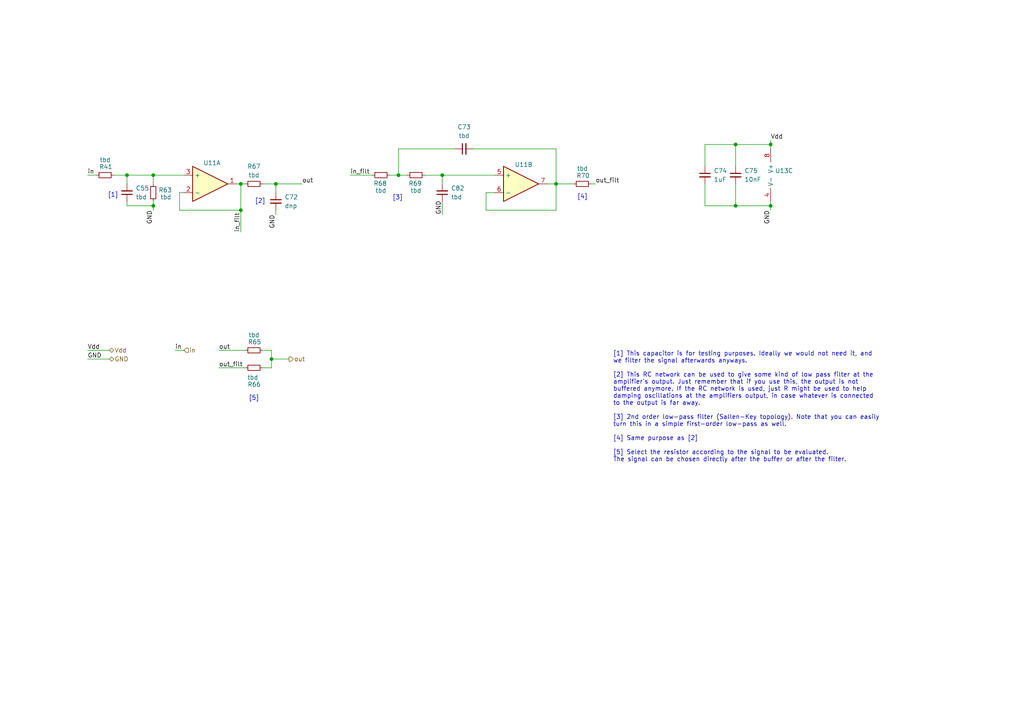
<source format=kicad_sch>
(kicad_sch (version 20231120) (generator "eeschema") (generator_version "8.0")
  (paper "A4")
  (lib_symbols
    (symbol "Device:C_Small" (pin_numbers hide) (pin_names (offset 0.254) hide)
      (property "Reference" "C" (at 0.254 1.778 0))
      (property "Value" "C_Small" (at 0.254 -2.032 0))
      (symbol "C_Small_0_1"
        (polyline (pts (xy -1.524 -0.508) (xy 1.524 -0.508)) (stroke (width 0.3302)))
        (polyline (pts (xy -1.524 0.508) (xy 1.524 0.508)) (stroke (width 0.3048)))
      )
      (symbol "C_Small_1_1"
        (pin passive line (at 0 2.54 270) (length 2.032) (name "~") (number "1"))
        (pin passive line (at 0 -2.54 90) (length 2.032) (name "~") (number "2"))
      )
    )
    (symbol "Device:Opamp_Dual"
      (property "Reference" "U" (at 0 5.08 0))
      (property "Value" "Opamp_Dual" (at 0 -5.08 0))
      (symbol "Opamp_Dual_1_1"
        (polyline (pts (xy -5.08 5.08) (xy 5.08 0) (xy -5.08 -5.08) (xy -5.08 5.08)) (stroke (width 0.254)) (fill (type background)))
        (pin output line (at 7.62 0 180) (length 2.54) (name "~") (number "1"))
        (pin input line (at -7.62 -2.54 0) (length 2.54) (name "-") (number "2"))
        (pin input line (at -7.62 2.54 0) (length 2.54) (name "+") (number "3"))
      )
      (symbol "Opamp_Dual_2_1"
        (polyline (pts (xy -5.08 5.08) (xy 5.08 0) (xy -5.08 -5.08) (xy -5.08 5.08)) (stroke (width 0.254)) (fill (type background)))
        (pin input line (at -7.62 2.54 0) (length 2.54) (name "+") (number "5"))
        (pin input line (at -7.62 -2.54 0) (length 2.54) (name "-") (number "6"))
        (pin output line (at 7.62 0 180) (length 2.54) (name "~") (number "7"))
      )
      (symbol "Opamp_Dual_3_1"
        (pin power_in line (at -2.54 -7.62 90) (length 3.81) (name "V-") (number "4"))
        (pin power_in line (at -2.54 7.62 270) (length 3.81) (name "V+") (number "8"))
      )
    )
    (symbol "Device:R_Small" (pin_numbers hide) (pin_names (offset 0.254) hide)
      (property "Reference" "R" (at 0.762 0.508 0))
      (property "Value" "R_Small" (at 0.762 -1.016 0))
      (symbol "R_Small_0_1"
        (rectangle (start -0.762 1.778) (end 0.762 -1.778) (stroke (width 0.2032)))
      )
      (symbol "R_Small_1_1"
        (pin passive line (at 0 2.54 270) (length 0.762) (name "~") (number "1"))
        (pin passive line (at 0 -2.54 90) (length 0.762) (name "~") (number "2"))
      )
    )
  )
  (junction (at 44.45 59.69))
  (junction (at 44.45 50.8))
  (junction (at 69.85 53.34))
  (junction (at 223.52 59.69))
  (junction (at 128.27 50.8))
  (junction (at 213.36 59.69))
  (junction (at 115.57 50.8))
  (junction (at 213.36 41.91))
  (junction (at 69.85 60.96))
  (junction (at 78.74 104.14))
  (junction (at 161.29 53.34))
  (junction (at 80.01 53.34))
  (junction (at 36.83 50.8))
  (junction (at 223.52 41.91))
  (wire (pts (xy 204.47 48.26) (xy 204.47 41.91)))
  (wire (pts (xy 213.36 41.91) (xy 223.52 41.91)))
  (wire (pts (xy 172.72 53.34) (xy 171.45 53.34)))
  (wire (pts (xy 31.75 101.6) (xy 25.4 101.6)))
  (wire (pts (xy 128.27 50.8) (xy 128.27 53.34)))
  (wire (pts (xy 25.4 50.8) (xy 27.94 50.8)))
  (wire (pts (xy 44.45 59.69) (xy 44.45 60.96)))
  (wire (pts (xy 33.02 50.8) (xy 36.83 50.8)))
  (wire (pts (xy 204.47 59.69) (xy 213.36 59.69)))
  (wire (pts (xy 31.75 104.14) (xy 25.4 104.14)))
  (wire (pts (xy 161.29 43.18) (xy 161.29 53.34)))
  (wire (pts (xy 128.27 50.8) (xy 143.51 50.8)))
  (wire (pts (xy 80.01 53.34) (xy 76.2 53.34)))
  (wire (pts (xy 140.97 55.88) (xy 140.97 60.96)))
  (wire (pts (xy 223.52 40.64) (xy 223.52 41.91)))
  (wire (pts (xy 161.29 60.96) (xy 161.29 53.34)))
  (wire (pts (xy 69.85 60.96) (xy 69.85 67.31)))
  (wire (pts (xy 78.74 104.14) (xy 83.82 104.14)))
  (wire (pts (xy 52.07 55.88) (xy 52.07 60.96)))
  (wire (pts (xy 78.74 101.6) (xy 76.2 101.6)))
  (wire (pts (xy 80.01 62.23) (xy 80.01 60.96)))
  (wire (pts (xy 69.85 53.34) (xy 71.12 53.34)))
  (wire (pts (xy 69.85 60.96) (xy 69.85 53.34)))
  (wire (pts (xy 36.83 58.42) (xy 36.83 59.69)))
  (wire (pts (xy 223.52 58.42) (xy 223.52 59.69)))
  (wire (pts (xy 44.45 58.42) (xy 44.45 59.69)))
  (wire (pts (xy 50.8 101.6) (xy 53.34 101.6)))
  (wire (pts (xy 36.83 50.8) (xy 44.45 50.8)))
  (wire (pts (xy 143.51 55.88) (xy 140.97 55.88)))
  (wire (pts (xy 52.07 60.96) (xy 69.85 60.96)))
  (wire (pts (xy 36.83 59.69) (xy 44.45 59.69)))
  (wire (pts (xy 158.75 53.34) (xy 161.29 53.34)))
  (wire (pts (xy 63.5 106.68) (xy 71.12 106.68)))
  (wire (pts (xy 80.01 53.34) (xy 87.63 53.34)))
  (wire (pts (xy 223.52 59.69) (xy 223.52 60.96)))
  (wire (pts (xy 223.52 41.91) (xy 223.52 43.18)))
  (wire (pts (xy 213.36 48.26) (xy 213.36 41.91)))
  (wire (pts (xy 63.5 101.6) (xy 71.12 101.6)))
  (wire (pts (xy 44.45 53.34) (xy 44.45 50.8)))
  (wire (pts (xy 204.47 41.91) (xy 213.36 41.91)))
  (wire (pts (xy 80.01 55.88) (xy 80.01 53.34)))
  (wire (pts (xy 137.16 43.18) (xy 161.29 43.18)))
  (wire (pts (xy 128.27 58.42) (xy 128.27 62.23)))
  (wire (pts (xy 213.36 59.69) (xy 223.52 59.69)))
  (wire (pts (xy 76.2 106.68) (xy 78.74 106.68)))
  (wire (pts (xy 140.97 60.96) (xy 161.29 60.96)))
  (wire (pts (xy 78.74 104.14) (xy 78.74 101.6)))
  (wire (pts (xy 213.36 53.34) (xy 213.36 59.69)))
  (wire (pts (xy 44.45 50.8) (xy 53.34 50.8)))
  (wire (pts (xy 78.74 106.68) (xy 78.74 104.14)))
  (wire (pts (xy 69.85 53.34) (xy 68.58 53.34)))
  (wire (pts (xy 166.37 53.34) (xy 161.29 53.34)))
  (wire (pts (xy 113.03 50.8) (xy 115.57 50.8)))
  (wire (pts (xy 115.57 43.18) (xy 115.57 50.8)))
  (wire (pts (xy 132.08 43.18) (xy 115.57 43.18)))
  (wire (pts (xy 101.6 50.8) (xy 107.95 50.8)))
  (wire (pts (xy 204.47 53.34) (xy 204.47 59.69)))
  (wire (pts (xy 53.34 55.88) (xy 52.07 55.88)))
  (wire (pts (xy 115.57 50.8) (xy 118.11 50.8)))
  (wire (pts (xy 123.19 50.8) (xy 128.27 50.8)))
  (wire (pts (xy 36.83 50.8) (xy 36.83 53.34)))
  (text "[3]" (at 113.792 58.166 0) (effects (font (size 1.27 1.27)) (justify left bottom)))
  (text "[5]" (at 73.66 115.57 0) (effects (font (size 1.27 1.27))))
  (text "[1] This capacitor is for testing purposes. Ideally we would not need it, and\nwe filter the signal afterwards anyways. \n\n[2] This RC network can be used to give some kind of low pass filter at the\namplifier's output. Just remember that if you use this, the output is not \nbuffered anymore. If the RC network is used, just R might be used to help\ndamping oscillations at the amplifiers output, in case whatever is connected\nto the output is far away.\n\n[3] 2nd order low-pass filter (Sallen-Key topology). Note that you can easily\nturn this in a simple first-order low-pass as well. \n\n[4] Same purpose as [2]\n\n[5] Select the resistor according to the signal to be evaluated. \nThe signal can be chosen directly after the buffer or after the filter. \n\n" (at 177.8 136.144 0) (effects (font (size 1.27 1.27)) (justify left bottom)))
  (text "[1]" (at 31.242 57.404 0) (effects (font (size 1.27 1.27)) (justify left bottom)))
  (text "[2]" (at 73.914 59.182 0) (effects (font (size 1.27 1.27)) (justify left bottom)))
  (text "[4]" (at 167.386 57.912 0) (effects (font (size 1.27 1.27)) (justify left bottom)))
  (label "out" (at 87.63 53.34 0))
  (label "GND" (at 128.27 62.23 90))
  (label "Vdd" (at 25.4 101.6 0))
  (label "GND" (at 25.4 104.14 0))
  (label "Vdd" (at 223.52 40.64 0))
  (label "GND" (at 223.52 60.96 270))
  (label "out" (at 63.5 101.6 0))
  (label "in" (at 50.8 101.6 0))
  (label "in_filt" (at 101.6 50.8 0))
  (label "in" (at 25.4 50.8 0))
  (label "out_filt" (at 172.72 53.34 0))
  (label "in_filt" (at 69.85 67.31 90))
  (label "out_filt" (at 63.5 106.68 0))
  (label "GND" (at 80.01 62.23 270))
  (label "GND" (at 44.45 60.96 270))
  (hierarchical_label "Vdd" (shape bidirectional) (at 31.75 101.6 0))
  (hierarchical_label "in" (shape input) (at 53.34 101.6 0))
  (hierarchical_label "GND" (shape bidirectional) (at 31.75 104.14 0))
  (hierarchical_label "out" (shape output) (at 83.82 104.14 0))
  (symbol (lib_id "Device:Opamp_Dual") (at 226.06 50.8 0) (unit 3)
    (property "Reference" "U13" (at 224.79 49.5299 0) (effects (justify left)))
    (property "Value" "Opamp_Dual" (effects (hide yes)))
    (property "Footprint" "Package_SO:SOIC-8_3.9x4.9mm_P1.27mm" (effects (hide yes)))
    (property "Description" "Dual operational amplifier" (effects (hide yes)))
    (property "Sim.Library" "${KICAD7_SYMBOL_DIR}/Simulation_SPICE.sp" (effects (hide yes)))
    (property "Sim.Name" "kicad_builtin_opamp_dual" (effects (hide yes)))
    (property "Sim.Device" "SUBCKT" (effects (hide yes)))
    (property "Sim.Pins" "1=out1 2=in1- 3=in1+ 4=vee 5=in2+ 6=in2- 7=out2 8=vcc" (effects (hide yes)))
    (instances (project "buck-boost-xp" (path "" (reference "U13") (unit 3)) (path "" (reference "U14") (unit 3)) (path "" (reference "U10") (unit 3))))
  )
  (symbol (lib_id "Device:R_Small") (at 44.45 55.88 180) (unit 1)
    (property "Reference" "R63" (at 45.974 55.118 0) (effects (justify right)))
    (property "Value" "tbd" (at 46.482 57.15 0) (effects (justify right)))
    (property "Footprint" "Resistor_SMD:R_0805_2012Metric_Pad1.20x1.40mm_HandSolder" (effects (hide yes)))
    (property "Description" "Resistor, small symbol" (effects (hide yes)))
    (instances (project "buck-boost-xp" (path "" (reference "R63") (unit 1)) (path "" (reference "R72") (unit 1)) (path "" (reference "R55") (unit 1))))
  )
  (symbol (lib_id "Device:C_Small") (at 80.01 58.42 0) (unit 1)
    (property "Reference" "C72" (at 82.55 57.1562 0) (effects (justify left)))
    (property "Value" "dnp" (at 82.55 59.6962 0) (effects (justify left)))
    (property "Footprint" "Capacitor_SMD:C_0805_2012Metric_Pad1.18x1.45mm_HandSolder" (effects (hide yes)))
    (property "Description" "Unpolarized capacitor, small symbol" (effects (hide yes)))
    (instances (project "buck-boost-xp" (path "" (reference "C72") (unit 1)) (path "" (reference "C77") (unit 1)) (path "" (reference "C68") (unit 1))))
  )
  (symbol (lib_id "Device:C_Small") (at 36.83 55.88 180) (unit 1)
    (property "Reference" "C55" (at 39.37 54.6035 0) (effects (justify right)))
    (property "Value" "tbd" (at 39.37 57.1435 0) (effects (justify right)))
    (property "Footprint" "Capacitor_SMD:C_0805_2012Metric_Pad1.18x1.45mm_HandSolder" (effects (hide yes)))
    (property "Description" "Unpolarized capacitor, small symbol" (effects (hide yes)))
    (instances (project "buck-boost-xp" (path "" (reference "C55") (unit 1)) (path "" (reference "C56") (unit 1)) (path "" (reference "C54") (unit 1))))
  )
  (symbol (lib_id "Device:Opamp_Dual") (at 151.13 53.34 0) (unit 2)
    (property "Reference" "U11" (at 151.892 47.752 0))
    (property "Value" "Opamp_Dual" (effects (hide yes)))
    (property "Footprint" "Package_SO:SOIC-8_3.9x4.9mm_P1.27mm" (effects (hide yes)))
    (property "Description" "Dual operational amplifier" (effects (hide yes)))
    (property "Sim.Library" "${KICAD7_SYMBOL_DIR}/Simulation_SPICE.sp" (effects (hide yes)))
    (property "Sim.Name" "kicad_builtin_opamp_dual" (effects (hide yes)))
    (property "Sim.Device" "SUBCKT" (effects (hide yes)))
    (property "Sim.Pins" "1=out1 2=in1- 3=in1+ 4=vee 5=in2+ 6=in2- 7=out2 8=vcc" (effects (hide yes)))
    (instances (project "buck-boost-xp" (path "" (reference "U11") (unit 2)) (path "" (reference "U12") (unit 2)) (path "" (reference "U10") (unit 2))))
  )
  (symbol (lib_id "Device:R_Small") (at 30.48 50.8 270) (unit 1)
    (property "Reference" "R41" (at 32.639 48.387 90) (effects (justify right)))
    (property "Value" "tbd" (at 32.131 46.355 90) (effects (justify right)))
    (property "Footprint" "Resistor_SMD:R_0805_2012Metric_Pad1.20x1.40mm_HandSolder" (effects (hide yes)))
    (property "Description" "Resistor, small symbol" (effects (hide yes)))
    (instances (project "buck-boost-xp" (path "" (reference "R41") (unit 1)) (path "" (reference "R42") (unit 1)) (path "" (reference "R40") (unit 1))))
  )
  (symbol (lib_id "Device:C_Small") (at 128.27 55.88 180) (unit 1)
    (property "Reference" "C82" (at 130.81 54.6035 0) (effects (justify right)))
    (property "Value" "tbd" (at 130.81 57.1435 0) (effects (justify right)))
    (property "Footprint" "Capacitor_SMD:C_0805_2012Metric_Pad1.18x1.45mm_HandSolder" (effects (hide yes)))
    (property "Description" "Unpolarized capacitor, small symbol" (effects (hide yes)))
    (instances (project "buck-boost-xp" (path "" (reference "C82") (unit 1)) (path "" (reference "C83") (unit 1)) (path "" (reference "C81") (unit 1))))
  )
  (symbol (lib_id "Device:C_Small") (at 204.47 50.8 0) (unit 1)
    (property "Reference" "C74" (at 207.01 49.5362 0) (effects (justify left)))
    (property "Value" "1uF" (at 207.01 52.0762 0) (effects (justify left)))
    (property "Footprint" "Capacitor_SMD:C_0805_2012Metric_Pad1.18x1.45mm_HandSolder" (effects (hide yes)))
    (property "Description" "Unpolarized capacitor, small symbol" (effects (hide yes)))
    (instances (project "buck-boost-xp" (path "" (reference "C74") (unit 1)) (path "" (reference "C79") (unit 1)) (path "" (reference "C66") (unit 1))))
  )
  (symbol (lib_id "Device:R_Small") (at 73.66 101.6 270) (unit 1)
    (property "Reference" "R65" (at 75.819 99.187 90) (effects (justify right)))
    (property "Value" "tbd" (at 75.311 97.155 90) (effects (justify right)))
    (property "Footprint" "Resistor_SMD:R_0805_2012Metric_Pad1.20x1.40mm_HandSolder" (effects (hide yes)))
    (property "Description" "Resistor, small symbol" (effects (hide yes)))
    (instances (project "buck-boost-xp" (path "" (reference "R65") (unit 1)) (path "" (reference "R73") (unit 1)) (path "" (reference "R60") (unit 1))))
  )
  (symbol (lib_id "Device:R_Small") (at 120.65 50.8 90) (unit 1)
    (property "Reference" "R69" (at 118.491 53.213 90) (effects (justify right)))
    (property "Value" "tbd" (at 118.999 55.245 90) (effects (justify right)))
    (property "Footprint" "Resistor_SMD:R_0805_2012Metric_Pad1.20x1.40mm_HandSolder" (effects (hide yes)))
    (property "Description" "Resistor, small symbol" (effects (hide yes)))
    (instances (project "buck-boost-xp" (path "" (reference "R69") (unit 1)) (path "" (reference "R77") (unit 1)) (path "" (reference "R58") (unit 1))))
  )
  (symbol (lib_id "Device:C_Small") (at 213.36 50.8 0) (unit 1)
    (property "Reference" "C75" (at 215.9 49.5362 0) (effects (justify left)))
    (property "Value" "10nF" (at 215.9 52.0762 0) (effects (justify left)))
    (property "Footprint" "Capacitor_SMD:C_0805_2012Metric_Pad1.18x1.45mm_HandSolder" (effects (hide yes)))
    (property "Description" "Unpolarized capacitor, small symbol" (effects (hide yes)))
    (instances (project "buck-boost-xp" (path "" (reference "C75") (unit 1)) (path "" (reference "C80") (unit 1)) (path "" (reference "C67") (unit 1))))
  )
  (symbol (lib_id "Device:C_Small") (at 134.62 43.18 90) (unit 1)
    (property "Reference" "C73" (at 134.6263 36.83 90))
    (property "Value" "tbd" (at 134.6263 39.37 90))
    (property "Footprint" "Capacitor_SMD:C_0805_2012Metric_Pad1.18x1.45mm_HandSolder" (effects (hide yes)))
    (property "Description" "Unpolarized capacitor, small symbol" (effects (hide yes)))
    (instances (project "buck-boost-xp" (path "" (reference "C73") (unit 1)) (path "" (reference "C78") (unit 1)) (path "" (reference "C69") (unit 1))))
  )
  (symbol (lib_id "Device:R_Small") (at 110.49 50.8 90) (unit 1)
    (property "Reference" "R68" (at 108.331 53.213 90) (effects (justify right)))
    (property "Value" "tbd" (at 108.839 55.245 90) (effects (justify right)))
    (property "Footprint" "Resistor_SMD:R_0805_2012Metric_Pad1.20x1.40mm_HandSolder" (effects (hide yes)))
    (property "Description" "Resistor, small symbol" (effects (hide yes)))
    (instances (project "buck-boost-xp" (path "" (reference "R68") (unit 1)) (path "" (reference "R76") (unit 1)) (path "" (reference "R57") (unit 1))))
  )
  (symbol (lib_id "Device:R_Small") (at 73.66 106.68 270) (unit 1)
    (property "Reference" "R66" (at 75.692 111.506 90) (effects (justify right)))
    (property "Value" "tbd" (at 74.93 109.474 90) (effects (justify right)))
    (property "Footprint" "Resistor_SMD:R_0805_2012Metric_Pad1.20x1.40mm_HandSolder" (effects (hide yes)))
    (property "Description" "Resistor, small symbol" (effects (hide yes)))
    (instances (project "buck-boost-xp" (path "" (reference "R66") (unit 1)) (path "" (reference "R74") (unit 1)) (path "" (reference "R64") (unit 1))))
  )
  (symbol (lib_id "Device:Opamp_Dual") (at 60.96 53.34 0) (unit 1)
    (property "Reference" "U11" (at 61.468 47.244 0))
    (property "Value" "Opamp_Dual" (effects (hide yes)))
    (property "Footprint" "Package_SO:SOIC-8_3.9x4.9mm_P1.27mm" (effects (hide yes)))
    (property "Description" "Dual operational amplifier" (effects (hide yes)))
    (property "Sim.Library" "${KICAD7_SYMBOL_DIR}/Simulation_SPICE.sp" (effects (hide yes)))
    (property "Sim.Name" "kicad_builtin_opamp_dual" (effects (hide yes)))
    (property "Sim.Device" "SUBCKT" (effects (hide yes)))
    (property "Sim.Pins" "1=out1 2=in1- 3=in1+ 4=vee 5=in2+ 6=in2- 7=out2 8=vcc" (effects (hide yes)))
    (instances (project "buck-boost-xp" (path "" (reference "U11") (unit 1)) (path "" (reference "U12") (unit 1)) (path "" (reference "U10") (unit 1))))
  )
  (symbol (lib_id "Device:R_Small") (at 168.91 53.34 270) (unit 1)
    (property "Reference" "R70" (at 171.069 50.927 90) (effects (justify right)))
    (property "Value" "tbd" (at 170.561 48.895 90) (effects (justify right)))
    (property "Footprint" "Resistor_SMD:R_0805_2012Metric_Pad1.20x1.40mm_HandSolder" (effects (hide yes)))
    (property "Description" "Resistor, small symbol" (effects (hide yes)))
    (instances (project "buck-boost-xp" (path "" (reference "R70") (unit 1)) (path "" (reference "R78") (unit 1)) (path "" (reference "R59") (unit 1))))
  )
  (symbol (lib_id "Device:R_Small") (at 73.66 53.34 90) (unit 1)
    (property "Reference" "R67" (at 73.66 48.26 90))
    (property "Value" "tbd" (at 73.66 50.8 90))
    (property "Footprint" "Resistor_SMD:R_0805_2012Metric_Pad1.20x1.40mm_HandSolder" (effects (hide yes)))
    (property "Description" "Resistor, small symbol" (effects (hide yes)))
    (instances (project "buck-boost-xp" (path "" (reference "R67") (unit 1)) (path "" (reference "R75") (unit 1)) (path "" (reference "R56") (unit 1))))
  )
)
</source>
